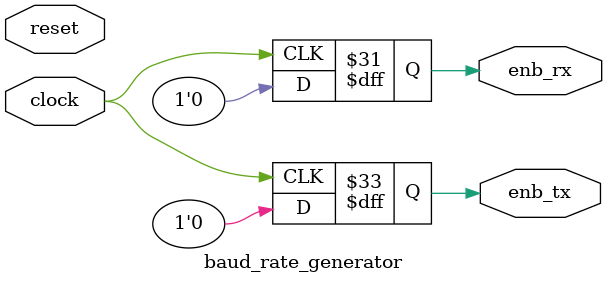
<source format=v>
`timescale 1ns / 1ps



module baud_rate_generator(
    input  clock,
    input  reset,
    output reg enb_tx,
    output reg enb_rx
);

    parameter clk_freq  = 500000000; // 100 MHz
    parameter baud_rate = 9600;

    reg [13:0] counter_tx; 
    reg [9:0]  counter_rx;

    parameter divisor_tx = clk_freq / baud_rate;       // ~10417
    parameter divisor_rx = clk_freq / (16 * baud_rate); // ~651

    // TX clock enable
    always @(posedge clock) begin
        if (reset) begin
            counter_tx <= 0;
            enb_tx     <= 0;
        end else if (counter_tx == divisor_tx - 1) begin
            enb_tx     <= 1;
            counter_tx <= 0;
        end else begin
            counter_tx <= counter_tx + 1'b1;
            enb_tx     <= 0;
        end
    end

    // RX clock enable
    always @(posedge clock) begin
        if (reset) begin
            counter_rx <= 0;
            enb_rx     <= 0;
        end else if (counter_rx == divisor_rx - 1) begin
            counter_rx <= 0;
            enb_rx     <= 1;
        end else begin
            counter_rx <= counter_rx + 1'b1;
            enb_rx     <= 0;
        end
    end

endmodule

</source>
